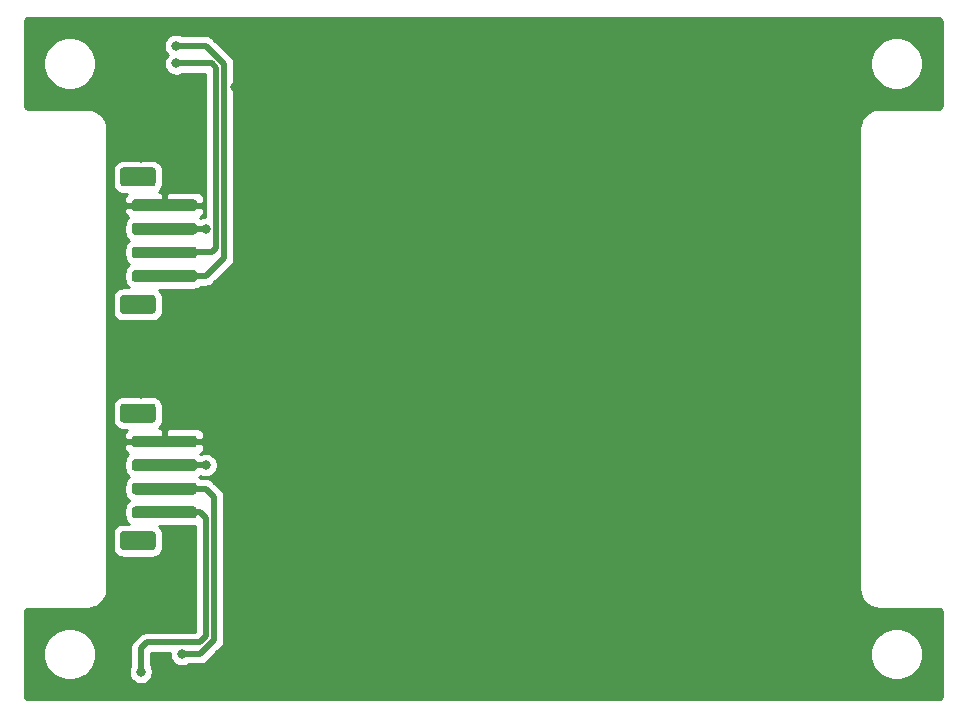
<source format=gbr>
%TF.GenerationSoftware,KiCad,Pcbnew,(5.1.9)-1*%
%TF.CreationDate,2021-05-23T18:39:07+01:00*%
%TF.ProjectId,LEDMaze,4c45444d-617a-4652-9e6b-696361645f70,rev?*%
%TF.SameCoordinates,Original*%
%TF.FileFunction,Copper,L2,Bot*%
%TF.FilePolarity,Positive*%
%FSLAX46Y46*%
G04 Gerber Fmt 4.6, Leading zero omitted, Abs format (unit mm)*
G04 Created by KiCad (PCBNEW (5.1.9)-1) date 2021-05-23 18:39:07*
%MOMM*%
%LPD*%
G01*
G04 APERTURE LIST*
%TA.AperFunction,ViaPad*%
%ADD10C,0.800000*%
%TD*%
%TA.AperFunction,Conductor*%
%ADD11C,0.500000*%
%TD*%
%TA.AperFunction,Conductor*%
%ADD12C,0.254000*%
%TD*%
%TA.AperFunction,Conductor*%
%ADD13C,0.100000*%
%TD*%
G04 APERTURE END LIST*
%TO.P,J2,MP*%
%TO.N,N/C*%
%TA.AperFunction,SMDPad,CuDef*%
G36*
G01*
X24500000Y-89600000D02*
X27000000Y-89600000D01*
G75*
G02*
X27250000Y-89850000I0J-250000D01*
G01*
X27250000Y-90950000D01*
G75*
G02*
X27000000Y-91200000I-250000J0D01*
G01*
X24500000Y-91200000D01*
G75*
G02*
X24250000Y-90950000I0J250000D01*
G01*
X24250000Y-89850000D01*
G75*
G02*
X24500000Y-89600000I250000J0D01*
G01*
G37*
%TD.AperFunction*%
%TA.AperFunction,SMDPad,CuDef*%
G36*
G01*
X24500000Y-78800000D02*
X27000000Y-78800000D01*
G75*
G02*
X27250000Y-79050000I0J-250000D01*
G01*
X27250000Y-80150000D01*
G75*
G02*
X27000000Y-80400000I-250000J0D01*
G01*
X24500000Y-80400000D01*
G75*
G02*
X24250000Y-80150000I0J250000D01*
G01*
X24250000Y-79050000D01*
G75*
G02*
X24500000Y-78800000I250000J0D01*
G01*
G37*
%TD.AperFunction*%
%TO.P,J2,4*%
%TO.N,DO*%
%TA.AperFunction,SMDPad,CuDef*%
G36*
G01*
X25500000Y-87500000D02*
X30500000Y-87500000D01*
G75*
G02*
X30750000Y-87750000I0J-250000D01*
G01*
X30750000Y-88250000D01*
G75*
G02*
X30500000Y-88500000I-250000J0D01*
G01*
X25500000Y-88500000D01*
G75*
G02*
X25250000Y-88250000I0J250000D01*
G01*
X25250000Y-87750000D01*
G75*
G02*
X25500000Y-87500000I250000J0D01*
G01*
G37*
%TD.AperFunction*%
%TO.P,J2,3*%
%TO.N,CO*%
%TA.AperFunction,SMDPad,CuDef*%
G36*
G01*
X25500000Y-85500000D02*
X30500000Y-85500000D01*
G75*
G02*
X30750000Y-85750000I0J-250000D01*
G01*
X30750000Y-86250000D01*
G75*
G02*
X30500000Y-86500000I-250000J0D01*
G01*
X25500000Y-86500000D01*
G75*
G02*
X25250000Y-86250000I0J250000D01*
G01*
X25250000Y-85750000D01*
G75*
G02*
X25500000Y-85500000I250000J0D01*
G01*
G37*
%TD.AperFunction*%
%TO.P,J2,2*%
%TO.N,GND*%
%TA.AperFunction,SMDPad,CuDef*%
G36*
G01*
X25500000Y-83500000D02*
X30500000Y-83500000D01*
G75*
G02*
X30750000Y-83750000I0J-250000D01*
G01*
X30750000Y-84250000D01*
G75*
G02*
X30500000Y-84500000I-250000J0D01*
G01*
X25500000Y-84500000D01*
G75*
G02*
X25250000Y-84250000I0J250000D01*
G01*
X25250000Y-83750000D01*
G75*
G02*
X25500000Y-83500000I250000J0D01*
G01*
G37*
%TD.AperFunction*%
%TO.P,J2,1*%
%TO.N,+5V*%
%TA.AperFunction,SMDPad,CuDef*%
G36*
G01*
X25500000Y-81500000D02*
X30500000Y-81500000D01*
G75*
G02*
X30750000Y-81750000I0J-250000D01*
G01*
X30750000Y-82250000D01*
G75*
G02*
X30500000Y-82500000I-250000J0D01*
G01*
X25500000Y-82500000D01*
G75*
G02*
X25250000Y-82250000I0J250000D01*
G01*
X25250000Y-81750000D01*
G75*
G02*
X25500000Y-81500000I250000J0D01*
G01*
G37*
%TD.AperFunction*%
%TD*%
%TO.P,J1,MP*%
%TO.N,N/C*%
%TA.AperFunction,SMDPad,CuDef*%
G36*
G01*
X24500000Y-69600000D02*
X27000000Y-69600000D01*
G75*
G02*
X27250000Y-69850000I0J-250000D01*
G01*
X27250000Y-70950000D01*
G75*
G02*
X27000000Y-71200000I-250000J0D01*
G01*
X24500000Y-71200000D01*
G75*
G02*
X24250000Y-70950000I0J250000D01*
G01*
X24250000Y-69850000D01*
G75*
G02*
X24500000Y-69600000I250000J0D01*
G01*
G37*
%TD.AperFunction*%
%TA.AperFunction,SMDPad,CuDef*%
G36*
G01*
X24500000Y-58800000D02*
X27000000Y-58800000D01*
G75*
G02*
X27250000Y-59050000I0J-250000D01*
G01*
X27250000Y-60150000D01*
G75*
G02*
X27000000Y-60400000I-250000J0D01*
G01*
X24500000Y-60400000D01*
G75*
G02*
X24250000Y-60150000I0J250000D01*
G01*
X24250000Y-59050000D01*
G75*
G02*
X24500000Y-58800000I250000J0D01*
G01*
G37*
%TD.AperFunction*%
%TO.P,J1,4*%
%TO.N,DI*%
%TA.AperFunction,SMDPad,CuDef*%
G36*
G01*
X25500000Y-67500000D02*
X30500000Y-67500000D01*
G75*
G02*
X30750000Y-67750000I0J-250000D01*
G01*
X30750000Y-68250000D01*
G75*
G02*
X30500000Y-68500000I-250000J0D01*
G01*
X25500000Y-68500000D01*
G75*
G02*
X25250000Y-68250000I0J250000D01*
G01*
X25250000Y-67750000D01*
G75*
G02*
X25500000Y-67500000I250000J0D01*
G01*
G37*
%TD.AperFunction*%
%TO.P,J1,3*%
%TO.N,CI*%
%TA.AperFunction,SMDPad,CuDef*%
G36*
G01*
X25500000Y-65500000D02*
X30500000Y-65500000D01*
G75*
G02*
X30750000Y-65750000I0J-250000D01*
G01*
X30750000Y-66250000D01*
G75*
G02*
X30500000Y-66500000I-250000J0D01*
G01*
X25500000Y-66500000D01*
G75*
G02*
X25250000Y-66250000I0J250000D01*
G01*
X25250000Y-65750000D01*
G75*
G02*
X25500000Y-65500000I250000J0D01*
G01*
G37*
%TD.AperFunction*%
%TO.P,J1,2*%
%TO.N,GND*%
%TA.AperFunction,SMDPad,CuDef*%
G36*
G01*
X25500000Y-63500000D02*
X30500000Y-63500000D01*
G75*
G02*
X30750000Y-63750000I0J-250000D01*
G01*
X30750000Y-64250000D01*
G75*
G02*
X30500000Y-64500000I-250000J0D01*
G01*
X25500000Y-64500000D01*
G75*
G02*
X25250000Y-64250000I0J250000D01*
G01*
X25250000Y-63750000D01*
G75*
G02*
X25500000Y-63500000I250000J0D01*
G01*
G37*
%TD.AperFunction*%
%TO.P,J1,1*%
%TO.N,+5V*%
%TA.AperFunction,SMDPad,CuDef*%
G36*
G01*
X25500000Y-61500000D02*
X30500000Y-61500000D01*
G75*
G02*
X30750000Y-61750000I0J-250000D01*
G01*
X30750000Y-62250000D01*
G75*
G02*
X30500000Y-62500000I-250000J0D01*
G01*
X25500000Y-62500000D01*
G75*
G02*
X25250000Y-62250000I0J250000D01*
G01*
X25250000Y-61750000D01*
G75*
G02*
X25500000Y-61500000I250000J0D01*
G01*
G37*
%TD.AperFunction*%
%TD*%
D10*
%TO.N,GND*%
X31500000Y-64000000D03*
X31500000Y-84000000D03*
%TO.N,+5V*%
X34000000Y-52000000D03*
X44000000Y-52000000D03*
X54000000Y-52000000D03*
X64000000Y-52000000D03*
X74000000Y-52000000D03*
X76000000Y-58000000D03*
X66000000Y-58000000D03*
X56000000Y-58000000D03*
X46000000Y-58000000D03*
X36000000Y-58000000D03*
X26000000Y-58000000D03*
X74000000Y-72000000D03*
X76000000Y-78000000D03*
X66000000Y-78000000D03*
X64000000Y-72000000D03*
X56000000Y-78000000D03*
X54000000Y-72000000D03*
X46000000Y-78000000D03*
X44000000Y-72000000D03*
X36000000Y-78000000D03*
X34000000Y-72000000D03*
X26000000Y-78000000D03*
X74000000Y-92000000D03*
X76000000Y-98000000D03*
X64000000Y-92000000D03*
X66000000Y-98000000D03*
X56000000Y-98000000D03*
X54000000Y-92000000D03*
X44000000Y-92000000D03*
X46000000Y-98000000D03*
X34000000Y-92000000D03*
X36000000Y-98000000D03*
X26000000Y-98000000D03*
%TO.N,CI*%
X29000000Y-50000000D03*
%TO.N,DI*%
X29000000Y-48500000D03*
%TO.N,DO*%
X26000000Y-101500000D03*
%TO.N,CO*%
X29500000Y-100000000D03*
%TD*%
D11*
%TO.N,GND*%
X28000000Y-64000000D02*
X31500000Y-64000000D01*
X28000000Y-84000000D02*
X31500000Y-84000000D01*
%TO.N,CI*%
X28000000Y-66000000D02*
X32000000Y-66000000D01*
X32350001Y-65649999D02*
X32350001Y-50350001D01*
X32000000Y-66000000D02*
X32350001Y-65649999D01*
X32350001Y-50350001D02*
X32000000Y-50000000D01*
X32000000Y-50000000D02*
X29000000Y-50000000D01*
%TO.N,DI*%
X33050011Y-50060048D02*
X33050011Y-66449989D01*
X31489963Y-48500000D02*
X33050011Y-50060048D01*
X29000000Y-48500000D02*
X31489963Y-48500000D01*
X31500000Y-68000000D02*
X28000000Y-68000000D01*
X33050011Y-66449989D02*
X31500000Y-68000000D01*
%TO.N,DO*%
X26000000Y-101500000D02*
X26000000Y-99500000D01*
X26000000Y-99500000D02*
X26500000Y-99000000D01*
X26500000Y-99000000D02*
X31000000Y-99000000D01*
X31000000Y-99000000D02*
X31500000Y-98500000D01*
X31500000Y-98500000D02*
X31500000Y-88500000D01*
X31500000Y-88500000D02*
X31000000Y-88000000D01*
X28000000Y-88000000D02*
X31000000Y-88000000D01*
%TO.N,CO*%
X29500000Y-100000000D02*
X31000000Y-100000000D01*
X32200010Y-98799990D02*
X32200010Y-86700010D01*
X31000000Y-100000000D02*
X32200010Y-98799990D01*
X32200010Y-86700010D02*
X31500000Y-86000000D01*
X31500000Y-86000000D02*
X28000000Y-86000000D01*
%TD*%
D12*
%TO.N,+5V*%
X93565424Y-46169580D02*
X93628356Y-46188580D01*
X93686405Y-46219445D01*
X93737343Y-46260989D01*
X93779248Y-46311644D01*
X93810515Y-46369471D01*
X93829956Y-46432272D01*
X93840000Y-46527835D01*
X93840001Y-53467711D01*
X93830420Y-53565424D01*
X93811420Y-53628357D01*
X93780554Y-53686406D01*
X93739011Y-53737343D01*
X93688356Y-53779248D01*
X93630529Y-53810515D01*
X93567728Y-53829956D01*
X93472165Y-53840000D01*
X88467581Y-53840000D01*
X88439326Y-53842783D01*
X88433199Y-53842740D01*
X88424028Y-53843640D01*
X88229931Y-53864041D01*
X88171348Y-53876066D01*
X88112577Y-53887277D01*
X88103755Y-53889941D01*
X87917317Y-53947653D01*
X87862162Y-53970838D01*
X87806709Y-53993242D01*
X87798573Y-53997568D01*
X87626896Y-54090393D01*
X87577278Y-54123861D01*
X87527247Y-54156600D01*
X87520106Y-54162424D01*
X87369728Y-54286828D01*
X87327589Y-54329263D01*
X87284839Y-54371126D01*
X87278966Y-54378227D01*
X87155616Y-54529469D01*
X87122534Y-54579262D01*
X87088716Y-54628651D01*
X87084333Y-54636757D01*
X86992708Y-54809079D01*
X86969909Y-54864394D01*
X86946348Y-54919366D01*
X86943623Y-54928169D01*
X86887214Y-55115005D01*
X86875594Y-55173693D01*
X86863158Y-55232196D01*
X86862195Y-55241361D01*
X86843150Y-55435595D01*
X86840000Y-55467582D01*
X86840001Y-94532419D01*
X86842783Y-94560664D01*
X86842740Y-94566801D01*
X86843640Y-94575972D01*
X86864041Y-94770069D01*
X86876068Y-94828658D01*
X86887277Y-94887423D01*
X86889941Y-94896245D01*
X86947653Y-95082683D01*
X86970838Y-95137838D01*
X86993242Y-95193291D01*
X86997568Y-95201427D01*
X87090393Y-95373104D01*
X87123846Y-95422699D01*
X87156600Y-95472753D01*
X87162424Y-95479894D01*
X87286828Y-95630272D01*
X87329263Y-95672411D01*
X87371126Y-95715161D01*
X87378227Y-95721034D01*
X87529469Y-95844384D01*
X87579277Y-95877477D01*
X87628651Y-95911284D01*
X87636757Y-95915667D01*
X87809080Y-96007292D01*
X87864392Y-96030090D01*
X87919366Y-96053652D01*
X87928169Y-96056377D01*
X88115006Y-96112786D01*
X88173686Y-96124405D01*
X88232196Y-96136842D01*
X88241361Y-96137805D01*
X88435594Y-96156850D01*
X88435598Y-96156850D01*
X88467581Y-96160000D01*
X93467721Y-96160000D01*
X93565424Y-96169580D01*
X93628356Y-96188580D01*
X93686405Y-96219445D01*
X93737343Y-96260989D01*
X93779248Y-96311644D01*
X93810515Y-96369471D01*
X93829956Y-96432272D01*
X93840001Y-96527845D01*
X93840000Y-103467721D01*
X93830420Y-103565424D01*
X93811420Y-103628357D01*
X93780554Y-103686406D01*
X93739011Y-103737343D01*
X93688356Y-103779248D01*
X93630529Y-103810515D01*
X93567728Y-103829956D01*
X93472165Y-103840000D01*
X16532279Y-103840000D01*
X16434576Y-103830420D01*
X16371643Y-103811420D01*
X16313594Y-103780554D01*
X16262657Y-103739011D01*
X16220752Y-103688356D01*
X16189485Y-103630529D01*
X16170044Y-103567728D01*
X16160000Y-103472165D01*
X16160000Y-99779872D01*
X17765000Y-99779872D01*
X17765000Y-100220128D01*
X17850890Y-100651925D01*
X18019369Y-101058669D01*
X18263962Y-101424729D01*
X18575271Y-101736038D01*
X18941331Y-101980631D01*
X19348075Y-102149110D01*
X19779872Y-102235000D01*
X20220128Y-102235000D01*
X20651925Y-102149110D01*
X21058669Y-101980631D01*
X21424729Y-101736038D01*
X21736038Y-101424729D01*
X21980631Y-101058669D01*
X22149110Y-100651925D01*
X22235000Y-100220128D01*
X22235000Y-99779872D01*
X22149110Y-99348075D01*
X21980631Y-98941331D01*
X21736038Y-98575271D01*
X21424729Y-98263962D01*
X21058669Y-98019369D01*
X20651925Y-97850890D01*
X20220128Y-97765000D01*
X19779872Y-97765000D01*
X19348075Y-97850890D01*
X18941331Y-98019369D01*
X18575271Y-98263962D01*
X18263962Y-98575271D01*
X18019369Y-98941331D01*
X17850890Y-99348075D01*
X17765000Y-99779872D01*
X16160000Y-99779872D01*
X16160000Y-96532279D01*
X16169580Y-96434576D01*
X16188580Y-96371644D01*
X16219445Y-96313595D01*
X16260989Y-96262657D01*
X16311644Y-96220752D01*
X16369471Y-96189485D01*
X16432272Y-96170044D01*
X16527835Y-96160000D01*
X21532419Y-96160000D01*
X21560674Y-96157217D01*
X21566801Y-96157260D01*
X21575972Y-96156360D01*
X21770069Y-96135959D01*
X21828658Y-96123932D01*
X21887423Y-96112723D01*
X21896245Y-96110059D01*
X22082683Y-96052347D01*
X22137838Y-96029162D01*
X22193291Y-96006758D01*
X22201427Y-96002432D01*
X22373104Y-95909607D01*
X22422699Y-95876154D01*
X22472753Y-95843400D01*
X22479894Y-95837576D01*
X22630272Y-95713172D01*
X22672411Y-95670737D01*
X22715161Y-95628874D01*
X22721034Y-95621773D01*
X22844384Y-95470531D01*
X22877477Y-95420723D01*
X22911284Y-95371349D01*
X22915667Y-95363243D01*
X23007292Y-95190920D01*
X23030090Y-95135608D01*
X23053652Y-95080634D01*
X23056377Y-95071831D01*
X23112786Y-94884994D01*
X23124405Y-94826314D01*
X23136842Y-94767804D01*
X23137805Y-94758639D01*
X23156850Y-94564406D01*
X23156850Y-94564402D01*
X23160000Y-94532419D01*
X23160000Y-89850000D01*
X23611928Y-89850000D01*
X23611928Y-90950000D01*
X23628992Y-91123254D01*
X23679528Y-91289850D01*
X23761595Y-91443386D01*
X23872038Y-91577962D01*
X24006614Y-91688405D01*
X24160150Y-91770472D01*
X24326746Y-91821008D01*
X24500000Y-91838072D01*
X27000000Y-91838072D01*
X27173254Y-91821008D01*
X27339850Y-91770472D01*
X27493386Y-91688405D01*
X27627962Y-91577962D01*
X27738405Y-91443386D01*
X27820472Y-91289850D01*
X27871008Y-91123254D01*
X27888072Y-90950000D01*
X27888072Y-89850000D01*
X27871008Y-89676746D01*
X27820472Y-89510150D01*
X27738405Y-89356614D01*
X27627962Y-89222038D01*
X27525649Y-89138072D01*
X30500000Y-89138072D01*
X30615001Y-89126745D01*
X30615000Y-98115000D01*
X26543469Y-98115000D01*
X26500000Y-98110719D01*
X26456531Y-98115000D01*
X26456523Y-98115000D01*
X26326510Y-98127805D01*
X26159687Y-98178411D01*
X26005941Y-98260589D01*
X25871183Y-98371183D01*
X25843468Y-98404954D01*
X25404952Y-98843470D01*
X25371184Y-98871183D01*
X25343471Y-98904951D01*
X25343468Y-98904954D01*
X25260590Y-99005941D01*
X25178412Y-99159687D01*
X25127805Y-99326510D01*
X25110719Y-99500000D01*
X25115001Y-99543479D01*
X25115000Y-100961545D01*
X25082795Y-101009744D01*
X25004774Y-101198102D01*
X24965000Y-101398061D01*
X24965000Y-101601939D01*
X25004774Y-101801898D01*
X25082795Y-101990256D01*
X25196063Y-102159774D01*
X25340226Y-102303937D01*
X25509744Y-102417205D01*
X25698102Y-102495226D01*
X25898061Y-102535000D01*
X26101939Y-102535000D01*
X26301898Y-102495226D01*
X26490256Y-102417205D01*
X26659774Y-102303937D01*
X26803937Y-102159774D01*
X26917205Y-101990256D01*
X26995226Y-101801898D01*
X27035000Y-101601939D01*
X27035000Y-101398061D01*
X26995226Y-101198102D01*
X26917205Y-101009744D01*
X26885000Y-100961546D01*
X26885000Y-99885000D01*
X28467598Y-99885000D01*
X28465000Y-99898061D01*
X28465000Y-100101939D01*
X28504774Y-100301898D01*
X28582795Y-100490256D01*
X28696063Y-100659774D01*
X28840226Y-100803937D01*
X29009744Y-100917205D01*
X29198102Y-100995226D01*
X29398061Y-101035000D01*
X29601939Y-101035000D01*
X29801898Y-100995226D01*
X29990256Y-100917205D01*
X30038454Y-100885000D01*
X30956531Y-100885000D01*
X31000000Y-100889281D01*
X31043469Y-100885000D01*
X31043477Y-100885000D01*
X31173490Y-100872195D01*
X31340313Y-100821589D01*
X31494059Y-100739411D01*
X31628817Y-100628817D01*
X31656534Y-100595044D01*
X32471706Y-99779872D01*
X87765000Y-99779872D01*
X87765000Y-100220128D01*
X87850890Y-100651925D01*
X88019369Y-101058669D01*
X88263962Y-101424729D01*
X88575271Y-101736038D01*
X88941331Y-101980631D01*
X89348075Y-102149110D01*
X89779872Y-102235000D01*
X90220128Y-102235000D01*
X90651925Y-102149110D01*
X91058669Y-101980631D01*
X91424729Y-101736038D01*
X91736038Y-101424729D01*
X91980631Y-101058669D01*
X92149110Y-100651925D01*
X92235000Y-100220128D01*
X92235000Y-99779872D01*
X92149110Y-99348075D01*
X91980631Y-98941331D01*
X91736038Y-98575271D01*
X91424729Y-98263962D01*
X91058669Y-98019369D01*
X90651925Y-97850890D01*
X90220128Y-97765000D01*
X89779872Y-97765000D01*
X89348075Y-97850890D01*
X88941331Y-98019369D01*
X88575271Y-98263962D01*
X88263962Y-98575271D01*
X88019369Y-98941331D01*
X87850890Y-99348075D01*
X87765000Y-99779872D01*
X32471706Y-99779872D01*
X32795060Y-99456519D01*
X32828827Y-99428807D01*
X32939421Y-99294049D01*
X33021599Y-99140303D01*
X33072205Y-98973480D01*
X33085010Y-98843467D01*
X33085010Y-98843457D01*
X33089291Y-98799991D01*
X33085010Y-98756525D01*
X33085010Y-86743479D01*
X33089291Y-86700010D01*
X33085010Y-86656541D01*
X33085010Y-86656533D01*
X33072205Y-86526520D01*
X33021599Y-86359697D01*
X33021599Y-86359696D01*
X32939421Y-86205951D01*
X32856542Y-86104963D01*
X32856540Y-86104961D01*
X32828827Y-86071193D01*
X32795059Y-86043480D01*
X32156534Y-85404956D01*
X32128817Y-85371183D01*
X31994059Y-85260589D01*
X31840313Y-85178411D01*
X31673490Y-85127805D01*
X31543477Y-85115000D01*
X31543469Y-85115000D01*
X31500000Y-85110719D01*
X31456531Y-85115000D01*
X31119386Y-85115000D01*
X30993386Y-85011595D01*
X30971693Y-85000000D01*
X30993386Y-84988405D01*
X31056530Y-84936584D01*
X31198102Y-84995226D01*
X31398061Y-85035000D01*
X31601939Y-85035000D01*
X31801898Y-84995226D01*
X31990256Y-84917205D01*
X32159774Y-84803937D01*
X32303937Y-84659774D01*
X32417205Y-84490256D01*
X32495226Y-84301898D01*
X32535000Y-84101939D01*
X32535000Y-83898061D01*
X32495226Y-83698102D01*
X32417205Y-83509744D01*
X32303937Y-83340226D01*
X32159774Y-83196063D01*
X31990256Y-83082795D01*
X31801898Y-83004774D01*
X31601939Y-82965000D01*
X31398061Y-82965000D01*
X31198102Y-83004774D01*
X31056530Y-83063416D01*
X31051187Y-83059031D01*
X31104494Y-83030537D01*
X31201185Y-82951185D01*
X31280537Y-82854494D01*
X31339502Y-82744180D01*
X31375812Y-82624482D01*
X31388072Y-82500000D01*
X31385000Y-82285750D01*
X31226250Y-82127000D01*
X28127000Y-82127000D01*
X28127000Y-82147000D01*
X27873000Y-82147000D01*
X27873000Y-82127000D01*
X24773750Y-82127000D01*
X24615000Y-82285750D01*
X24611928Y-82500000D01*
X24624188Y-82624482D01*
X24660498Y-82744180D01*
X24719463Y-82854494D01*
X24798815Y-82951185D01*
X24895506Y-83030537D01*
X24948813Y-83059031D01*
X24872038Y-83122038D01*
X24761595Y-83256614D01*
X24679528Y-83410150D01*
X24628992Y-83576746D01*
X24611928Y-83750000D01*
X24611928Y-84250000D01*
X24628992Y-84423254D01*
X24679528Y-84589850D01*
X24761595Y-84743386D01*
X24872038Y-84877962D01*
X25006614Y-84988405D01*
X25028307Y-85000000D01*
X25006614Y-85011595D01*
X24872038Y-85122038D01*
X24761595Y-85256614D01*
X24679528Y-85410150D01*
X24628992Y-85576746D01*
X24611928Y-85750000D01*
X24611928Y-86250000D01*
X24628992Y-86423254D01*
X24679528Y-86589850D01*
X24761595Y-86743386D01*
X24872038Y-86877962D01*
X25006614Y-86988405D01*
X25028307Y-87000000D01*
X25006614Y-87011595D01*
X24872038Y-87122038D01*
X24761595Y-87256614D01*
X24679528Y-87410150D01*
X24628992Y-87576746D01*
X24611928Y-87750000D01*
X24611928Y-88250000D01*
X24628992Y-88423254D01*
X24679528Y-88589850D01*
X24761595Y-88743386D01*
X24872038Y-88877962D01*
X24974351Y-88961928D01*
X24500000Y-88961928D01*
X24326746Y-88978992D01*
X24160150Y-89029528D01*
X24006614Y-89111595D01*
X23872038Y-89222038D01*
X23761595Y-89356614D01*
X23679528Y-89510150D01*
X23628992Y-89676746D01*
X23611928Y-89850000D01*
X23160000Y-89850000D01*
X23160000Y-79050000D01*
X23611928Y-79050000D01*
X23611928Y-80150000D01*
X23628992Y-80323254D01*
X23679528Y-80489850D01*
X23761595Y-80643386D01*
X23872038Y-80777962D01*
X24006614Y-80888405D01*
X24160150Y-80970472D01*
X24326746Y-81021008D01*
X24500000Y-81038072D01*
X24811905Y-81038072D01*
X24798815Y-81048815D01*
X24719463Y-81145506D01*
X24660498Y-81255820D01*
X24624188Y-81375518D01*
X24611928Y-81500000D01*
X24615000Y-81714250D01*
X24773750Y-81873000D01*
X27873000Y-81873000D01*
X27873000Y-81023750D01*
X28127000Y-81023750D01*
X28127000Y-81873000D01*
X31226250Y-81873000D01*
X31385000Y-81714250D01*
X31388072Y-81500000D01*
X31375812Y-81375518D01*
X31339502Y-81255820D01*
X31280537Y-81145506D01*
X31201185Y-81048815D01*
X31104494Y-80969463D01*
X30994180Y-80910498D01*
X30874482Y-80874188D01*
X30750000Y-80861928D01*
X28285750Y-80865000D01*
X28127000Y-81023750D01*
X27873000Y-81023750D01*
X27714250Y-80865000D01*
X27522197Y-80864761D01*
X27627962Y-80777962D01*
X27738405Y-80643386D01*
X27820472Y-80489850D01*
X27871008Y-80323254D01*
X27888072Y-80150000D01*
X27888072Y-79050000D01*
X27871008Y-78876746D01*
X27820472Y-78710150D01*
X27738405Y-78556614D01*
X27627962Y-78422038D01*
X27493386Y-78311595D01*
X27339850Y-78229528D01*
X27173254Y-78178992D01*
X27000000Y-78161928D01*
X24500000Y-78161928D01*
X24326746Y-78178992D01*
X24160150Y-78229528D01*
X24006614Y-78311595D01*
X23872038Y-78422038D01*
X23761595Y-78556614D01*
X23679528Y-78710150D01*
X23628992Y-78876746D01*
X23611928Y-79050000D01*
X23160000Y-79050000D01*
X23160000Y-69850000D01*
X23611928Y-69850000D01*
X23611928Y-70950000D01*
X23628992Y-71123254D01*
X23679528Y-71289850D01*
X23761595Y-71443386D01*
X23872038Y-71577962D01*
X24006614Y-71688405D01*
X24160150Y-71770472D01*
X24326746Y-71821008D01*
X24500000Y-71838072D01*
X27000000Y-71838072D01*
X27173254Y-71821008D01*
X27339850Y-71770472D01*
X27493386Y-71688405D01*
X27627962Y-71577962D01*
X27738405Y-71443386D01*
X27820472Y-71289850D01*
X27871008Y-71123254D01*
X27888072Y-70950000D01*
X27888072Y-69850000D01*
X27871008Y-69676746D01*
X27820472Y-69510150D01*
X27738405Y-69356614D01*
X27627962Y-69222038D01*
X27525649Y-69138072D01*
X30500000Y-69138072D01*
X30673254Y-69121008D01*
X30839850Y-69070472D01*
X30993386Y-68988405D01*
X31119386Y-68885000D01*
X31456531Y-68885000D01*
X31500000Y-68889281D01*
X31543469Y-68885000D01*
X31543477Y-68885000D01*
X31673490Y-68872195D01*
X31840313Y-68821589D01*
X31994059Y-68739411D01*
X32128817Y-68628817D01*
X32156534Y-68595044D01*
X33645060Y-67106519D01*
X33678828Y-67078806D01*
X33789422Y-66944048D01*
X33818695Y-66889281D01*
X33871600Y-66790303D01*
X33922206Y-66623479D01*
X33925518Y-66589850D01*
X33935011Y-66493466D01*
X33935011Y-66493458D01*
X33939292Y-66449989D01*
X33935011Y-66406520D01*
X33935011Y-50103514D01*
X33939292Y-50060047D01*
X33935011Y-50016581D01*
X33935011Y-50016571D01*
X33922206Y-49886558D01*
X33889843Y-49779872D01*
X87765000Y-49779872D01*
X87765000Y-50220128D01*
X87850890Y-50651925D01*
X88019369Y-51058669D01*
X88263962Y-51424729D01*
X88575271Y-51736038D01*
X88941331Y-51980631D01*
X89348075Y-52149110D01*
X89779872Y-52235000D01*
X90220128Y-52235000D01*
X90651925Y-52149110D01*
X91058669Y-51980631D01*
X91424729Y-51736038D01*
X91736038Y-51424729D01*
X91980631Y-51058669D01*
X92149110Y-50651925D01*
X92235000Y-50220128D01*
X92235000Y-49779872D01*
X92149110Y-49348075D01*
X91980631Y-48941331D01*
X91736038Y-48575271D01*
X91424729Y-48263962D01*
X91058669Y-48019369D01*
X90651925Y-47850890D01*
X90220128Y-47765000D01*
X89779872Y-47765000D01*
X89348075Y-47850890D01*
X88941331Y-48019369D01*
X88575271Y-48263962D01*
X88263962Y-48575271D01*
X88019369Y-48941331D01*
X87850890Y-49348075D01*
X87765000Y-49779872D01*
X33889843Y-49779872D01*
X33871600Y-49719735D01*
X33789422Y-49565989D01*
X33743263Y-49509744D01*
X33706543Y-49465001D01*
X33706541Y-49464999D01*
X33678828Y-49431231D01*
X33645061Y-49403519D01*
X32146497Y-47904956D01*
X32118780Y-47871183D01*
X31984022Y-47760589D01*
X31830276Y-47678411D01*
X31663453Y-47627805D01*
X31533440Y-47615000D01*
X31533432Y-47615000D01*
X31489963Y-47610719D01*
X31446494Y-47615000D01*
X29538454Y-47615000D01*
X29490256Y-47582795D01*
X29301898Y-47504774D01*
X29101939Y-47465000D01*
X28898061Y-47465000D01*
X28698102Y-47504774D01*
X28509744Y-47582795D01*
X28340226Y-47696063D01*
X28196063Y-47840226D01*
X28082795Y-48009744D01*
X28004774Y-48198102D01*
X27965000Y-48398061D01*
X27965000Y-48601939D01*
X28004774Y-48801898D01*
X28082795Y-48990256D01*
X28196063Y-49159774D01*
X28286289Y-49250000D01*
X28196063Y-49340226D01*
X28082795Y-49509744D01*
X28004774Y-49698102D01*
X27965000Y-49898061D01*
X27965000Y-50101939D01*
X28004774Y-50301898D01*
X28082795Y-50490256D01*
X28196063Y-50659774D01*
X28340226Y-50803937D01*
X28509744Y-50917205D01*
X28698102Y-50995226D01*
X28898061Y-51035000D01*
X29101939Y-51035000D01*
X29301898Y-50995226D01*
X29490256Y-50917205D01*
X29538454Y-50885000D01*
X31465002Y-50885000D01*
X31465001Y-62965000D01*
X31398061Y-62965000D01*
X31198102Y-63004774D01*
X31056530Y-63063416D01*
X31051187Y-63059031D01*
X31104494Y-63030537D01*
X31201185Y-62951185D01*
X31280537Y-62854494D01*
X31339502Y-62744180D01*
X31375812Y-62624482D01*
X31388072Y-62500000D01*
X31385000Y-62285750D01*
X31226250Y-62127000D01*
X28127000Y-62127000D01*
X28127000Y-62147000D01*
X27873000Y-62147000D01*
X27873000Y-62127000D01*
X24773750Y-62127000D01*
X24615000Y-62285750D01*
X24611928Y-62500000D01*
X24624188Y-62624482D01*
X24660498Y-62744180D01*
X24719463Y-62854494D01*
X24798815Y-62951185D01*
X24895506Y-63030537D01*
X24948813Y-63059031D01*
X24872038Y-63122038D01*
X24761595Y-63256614D01*
X24679528Y-63410150D01*
X24628992Y-63576746D01*
X24611928Y-63750000D01*
X24611928Y-64250000D01*
X24628992Y-64423254D01*
X24679528Y-64589850D01*
X24761595Y-64743386D01*
X24872038Y-64877962D01*
X25006614Y-64988405D01*
X25028307Y-65000000D01*
X25006614Y-65011595D01*
X24872038Y-65122038D01*
X24761595Y-65256614D01*
X24679528Y-65410150D01*
X24628992Y-65576746D01*
X24611928Y-65750000D01*
X24611928Y-66250000D01*
X24628992Y-66423254D01*
X24679528Y-66589850D01*
X24761595Y-66743386D01*
X24872038Y-66877962D01*
X25006614Y-66988405D01*
X25028307Y-67000000D01*
X25006614Y-67011595D01*
X24872038Y-67122038D01*
X24761595Y-67256614D01*
X24679528Y-67410150D01*
X24628992Y-67576746D01*
X24611928Y-67750000D01*
X24611928Y-68250000D01*
X24628992Y-68423254D01*
X24679528Y-68589850D01*
X24761595Y-68743386D01*
X24872038Y-68877962D01*
X24974351Y-68961928D01*
X24500000Y-68961928D01*
X24326746Y-68978992D01*
X24160150Y-69029528D01*
X24006614Y-69111595D01*
X23872038Y-69222038D01*
X23761595Y-69356614D01*
X23679528Y-69510150D01*
X23628992Y-69676746D01*
X23611928Y-69850000D01*
X23160000Y-69850000D01*
X23160000Y-59050000D01*
X23611928Y-59050000D01*
X23611928Y-60150000D01*
X23628992Y-60323254D01*
X23679528Y-60489850D01*
X23761595Y-60643386D01*
X23872038Y-60777962D01*
X24006614Y-60888405D01*
X24160150Y-60970472D01*
X24326746Y-61021008D01*
X24500000Y-61038072D01*
X24811905Y-61038072D01*
X24798815Y-61048815D01*
X24719463Y-61145506D01*
X24660498Y-61255820D01*
X24624188Y-61375518D01*
X24611928Y-61500000D01*
X24615000Y-61714250D01*
X24773750Y-61873000D01*
X27873000Y-61873000D01*
X27873000Y-61023750D01*
X28127000Y-61023750D01*
X28127000Y-61873000D01*
X31226250Y-61873000D01*
X31385000Y-61714250D01*
X31388072Y-61500000D01*
X31375812Y-61375518D01*
X31339502Y-61255820D01*
X31280537Y-61145506D01*
X31201185Y-61048815D01*
X31104494Y-60969463D01*
X30994180Y-60910498D01*
X30874482Y-60874188D01*
X30750000Y-60861928D01*
X28285750Y-60865000D01*
X28127000Y-61023750D01*
X27873000Y-61023750D01*
X27714250Y-60865000D01*
X27522197Y-60864761D01*
X27627962Y-60777962D01*
X27738405Y-60643386D01*
X27820472Y-60489850D01*
X27871008Y-60323254D01*
X27888072Y-60150000D01*
X27888072Y-59050000D01*
X27871008Y-58876746D01*
X27820472Y-58710150D01*
X27738405Y-58556614D01*
X27627962Y-58422038D01*
X27493386Y-58311595D01*
X27339850Y-58229528D01*
X27173254Y-58178992D01*
X27000000Y-58161928D01*
X24500000Y-58161928D01*
X24326746Y-58178992D01*
X24160150Y-58229528D01*
X24006614Y-58311595D01*
X23872038Y-58422038D01*
X23761595Y-58556614D01*
X23679528Y-58710150D01*
X23628992Y-58876746D01*
X23611928Y-59050000D01*
X23160000Y-59050000D01*
X23160000Y-55467581D01*
X23157217Y-55439326D01*
X23157260Y-55433199D01*
X23156360Y-55424028D01*
X23135959Y-55229931D01*
X23123934Y-55171348D01*
X23112723Y-55112577D01*
X23110059Y-55103755D01*
X23052347Y-54917317D01*
X23029162Y-54862162D01*
X23006758Y-54806709D01*
X23002432Y-54798573D01*
X22909607Y-54626896D01*
X22876139Y-54577278D01*
X22843400Y-54527247D01*
X22837576Y-54520106D01*
X22713172Y-54369728D01*
X22670737Y-54327589D01*
X22628874Y-54284839D01*
X22621773Y-54278966D01*
X22470531Y-54155616D01*
X22420738Y-54122534D01*
X22371349Y-54088716D01*
X22363243Y-54084333D01*
X22190921Y-53992708D01*
X22135606Y-53969909D01*
X22080634Y-53946348D01*
X22071831Y-53943623D01*
X21884995Y-53887214D01*
X21826307Y-53875594D01*
X21767804Y-53863158D01*
X21758639Y-53862195D01*
X21564405Y-53843150D01*
X21564402Y-53843150D01*
X21532419Y-53840000D01*
X16532279Y-53840000D01*
X16434576Y-53830420D01*
X16371643Y-53811420D01*
X16313594Y-53780554D01*
X16262657Y-53739011D01*
X16220752Y-53688356D01*
X16189485Y-53630529D01*
X16170044Y-53567728D01*
X16160000Y-53472165D01*
X16160000Y-49779872D01*
X17765000Y-49779872D01*
X17765000Y-50220128D01*
X17850890Y-50651925D01*
X18019369Y-51058669D01*
X18263962Y-51424729D01*
X18575271Y-51736038D01*
X18941331Y-51980631D01*
X19348075Y-52149110D01*
X19779872Y-52235000D01*
X20220128Y-52235000D01*
X20651925Y-52149110D01*
X21058669Y-51980631D01*
X21424729Y-51736038D01*
X21736038Y-51424729D01*
X21980631Y-51058669D01*
X22149110Y-50651925D01*
X22235000Y-50220128D01*
X22235000Y-49779872D01*
X22149110Y-49348075D01*
X21980631Y-48941331D01*
X21736038Y-48575271D01*
X21424729Y-48263962D01*
X21058669Y-48019369D01*
X20651925Y-47850890D01*
X20220128Y-47765000D01*
X19779872Y-47765000D01*
X19348075Y-47850890D01*
X18941331Y-48019369D01*
X18575271Y-48263962D01*
X18263962Y-48575271D01*
X18019369Y-48941331D01*
X17850890Y-49348075D01*
X17765000Y-49779872D01*
X16160000Y-49779872D01*
X16160000Y-46532279D01*
X16169580Y-46434576D01*
X16188580Y-46371644D01*
X16219445Y-46313595D01*
X16260989Y-46262657D01*
X16311644Y-46220752D01*
X16369471Y-46189485D01*
X16432272Y-46170044D01*
X16527835Y-46160000D01*
X93467721Y-46160000D01*
X93565424Y-46169580D01*
%TA.AperFunction,Conductor*%
D13*
G36*
X93565424Y-46169580D02*
G01*
X93628356Y-46188580D01*
X93686405Y-46219445D01*
X93737343Y-46260989D01*
X93779248Y-46311644D01*
X93810515Y-46369471D01*
X93829956Y-46432272D01*
X93840000Y-46527835D01*
X93840001Y-53467711D01*
X93830420Y-53565424D01*
X93811420Y-53628357D01*
X93780554Y-53686406D01*
X93739011Y-53737343D01*
X93688356Y-53779248D01*
X93630529Y-53810515D01*
X93567728Y-53829956D01*
X93472165Y-53840000D01*
X88467581Y-53840000D01*
X88439326Y-53842783D01*
X88433199Y-53842740D01*
X88424028Y-53843640D01*
X88229931Y-53864041D01*
X88171348Y-53876066D01*
X88112577Y-53887277D01*
X88103755Y-53889941D01*
X87917317Y-53947653D01*
X87862162Y-53970838D01*
X87806709Y-53993242D01*
X87798573Y-53997568D01*
X87626896Y-54090393D01*
X87577278Y-54123861D01*
X87527247Y-54156600D01*
X87520106Y-54162424D01*
X87369728Y-54286828D01*
X87327589Y-54329263D01*
X87284839Y-54371126D01*
X87278966Y-54378227D01*
X87155616Y-54529469D01*
X87122534Y-54579262D01*
X87088716Y-54628651D01*
X87084333Y-54636757D01*
X86992708Y-54809079D01*
X86969909Y-54864394D01*
X86946348Y-54919366D01*
X86943623Y-54928169D01*
X86887214Y-55115005D01*
X86875594Y-55173693D01*
X86863158Y-55232196D01*
X86862195Y-55241361D01*
X86843150Y-55435595D01*
X86840000Y-55467582D01*
X86840001Y-94532419D01*
X86842783Y-94560664D01*
X86842740Y-94566801D01*
X86843640Y-94575972D01*
X86864041Y-94770069D01*
X86876068Y-94828658D01*
X86887277Y-94887423D01*
X86889941Y-94896245D01*
X86947653Y-95082683D01*
X86970838Y-95137838D01*
X86993242Y-95193291D01*
X86997568Y-95201427D01*
X87090393Y-95373104D01*
X87123846Y-95422699D01*
X87156600Y-95472753D01*
X87162424Y-95479894D01*
X87286828Y-95630272D01*
X87329263Y-95672411D01*
X87371126Y-95715161D01*
X87378227Y-95721034D01*
X87529469Y-95844384D01*
X87579277Y-95877477D01*
X87628651Y-95911284D01*
X87636757Y-95915667D01*
X87809080Y-96007292D01*
X87864392Y-96030090D01*
X87919366Y-96053652D01*
X87928169Y-96056377D01*
X88115006Y-96112786D01*
X88173686Y-96124405D01*
X88232196Y-96136842D01*
X88241361Y-96137805D01*
X88435594Y-96156850D01*
X88435598Y-96156850D01*
X88467581Y-96160000D01*
X93467721Y-96160000D01*
X93565424Y-96169580D01*
X93628356Y-96188580D01*
X93686405Y-96219445D01*
X93737343Y-96260989D01*
X93779248Y-96311644D01*
X93810515Y-96369471D01*
X93829956Y-96432272D01*
X93840001Y-96527845D01*
X93840000Y-103467721D01*
X93830420Y-103565424D01*
X93811420Y-103628357D01*
X93780554Y-103686406D01*
X93739011Y-103737343D01*
X93688356Y-103779248D01*
X93630529Y-103810515D01*
X93567728Y-103829956D01*
X93472165Y-103840000D01*
X16532279Y-103840000D01*
X16434576Y-103830420D01*
X16371643Y-103811420D01*
X16313594Y-103780554D01*
X16262657Y-103739011D01*
X16220752Y-103688356D01*
X16189485Y-103630529D01*
X16170044Y-103567728D01*
X16160000Y-103472165D01*
X16160000Y-99779872D01*
X17765000Y-99779872D01*
X17765000Y-100220128D01*
X17850890Y-100651925D01*
X18019369Y-101058669D01*
X18263962Y-101424729D01*
X18575271Y-101736038D01*
X18941331Y-101980631D01*
X19348075Y-102149110D01*
X19779872Y-102235000D01*
X20220128Y-102235000D01*
X20651925Y-102149110D01*
X21058669Y-101980631D01*
X21424729Y-101736038D01*
X21736038Y-101424729D01*
X21980631Y-101058669D01*
X22149110Y-100651925D01*
X22235000Y-100220128D01*
X22235000Y-99779872D01*
X22149110Y-99348075D01*
X21980631Y-98941331D01*
X21736038Y-98575271D01*
X21424729Y-98263962D01*
X21058669Y-98019369D01*
X20651925Y-97850890D01*
X20220128Y-97765000D01*
X19779872Y-97765000D01*
X19348075Y-97850890D01*
X18941331Y-98019369D01*
X18575271Y-98263962D01*
X18263962Y-98575271D01*
X18019369Y-98941331D01*
X17850890Y-99348075D01*
X17765000Y-99779872D01*
X16160000Y-99779872D01*
X16160000Y-96532279D01*
X16169580Y-96434576D01*
X16188580Y-96371644D01*
X16219445Y-96313595D01*
X16260989Y-96262657D01*
X16311644Y-96220752D01*
X16369471Y-96189485D01*
X16432272Y-96170044D01*
X16527835Y-96160000D01*
X21532419Y-96160000D01*
X21560674Y-96157217D01*
X21566801Y-96157260D01*
X21575972Y-96156360D01*
X21770069Y-96135959D01*
X21828658Y-96123932D01*
X21887423Y-96112723D01*
X21896245Y-96110059D01*
X22082683Y-96052347D01*
X22137838Y-96029162D01*
X22193291Y-96006758D01*
X22201427Y-96002432D01*
X22373104Y-95909607D01*
X22422699Y-95876154D01*
X22472753Y-95843400D01*
X22479894Y-95837576D01*
X22630272Y-95713172D01*
X22672411Y-95670737D01*
X22715161Y-95628874D01*
X22721034Y-95621773D01*
X22844384Y-95470531D01*
X22877477Y-95420723D01*
X22911284Y-95371349D01*
X22915667Y-95363243D01*
X23007292Y-95190920D01*
X23030090Y-95135608D01*
X23053652Y-95080634D01*
X23056377Y-95071831D01*
X23112786Y-94884994D01*
X23124405Y-94826314D01*
X23136842Y-94767804D01*
X23137805Y-94758639D01*
X23156850Y-94564406D01*
X23156850Y-94564402D01*
X23160000Y-94532419D01*
X23160000Y-89850000D01*
X23611928Y-89850000D01*
X23611928Y-90950000D01*
X23628992Y-91123254D01*
X23679528Y-91289850D01*
X23761595Y-91443386D01*
X23872038Y-91577962D01*
X24006614Y-91688405D01*
X24160150Y-91770472D01*
X24326746Y-91821008D01*
X24500000Y-91838072D01*
X27000000Y-91838072D01*
X27173254Y-91821008D01*
X27339850Y-91770472D01*
X27493386Y-91688405D01*
X27627962Y-91577962D01*
X27738405Y-91443386D01*
X27820472Y-91289850D01*
X27871008Y-91123254D01*
X27888072Y-90950000D01*
X27888072Y-89850000D01*
X27871008Y-89676746D01*
X27820472Y-89510150D01*
X27738405Y-89356614D01*
X27627962Y-89222038D01*
X27525649Y-89138072D01*
X30500000Y-89138072D01*
X30615001Y-89126745D01*
X30615000Y-98115000D01*
X26543469Y-98115000D01*
X26500000Y-98110719D01*
X26456531Y-98115000D01*
X26456523Y-98115000D01*
X26326510Y-98127805D01*
X26159687Y-98178411D01*
X26005941Y-98260589D01*
X25871183Y-98371183D01*
X25843468Y-98404954D01*
X25404952Y-98843470D01*
X25371184Y-98871183D01*
X25343471Y-98904951D01*
X25343468Y-98904954D01*
X25260590Y-99005941D01*
X25178412Y-99159687D01*
X25127805Y-99326510D01*
X25110719Y-99500000D01*
X25115001Y-99543479D01*
X25115000Y-100961545D01*
X25082795Y-101009744D01*
X25004774Y-101198102D01*
X24965000Y-101398061D01*
X24965000Y-101601939D01*
X25004774Y-101801898D01*
X25082795Y-101990256D01*
X25196063Y-102159774D01*
X25340226Y-102303937D01*
X25509744Y-102417205D01*
X25698102Y-102495226D01*
X25898061Y-102535000D01*
X26101939Y-102535000D01*
X26301898Y-102495226D01*
X26490256Y-102417205D01*
X26659774Y-102303937D01*
X26803937Y-102159774D01*
X26917205Y-101990256D01*
X26995226Y-101801898D01*
X27035000Y-101601939D01*
X27035000Y-101398061D01*
X26995226Y-101198102D01*
X26917205Y-101009744D01*
X26885000Y-100961546D01*
X26885000Y-99885000D01*
X28467598Y-99885000D01*
X28465000Y-99898061D01*
X28465000Y-100101939D01*
X28504774Y-100301898D01*
X28582795Y-100490256D01*
X28696063Y-100659774D01*
X28840226Y-100803937D01*
X29009744Y-100917205D01*
X29198102Y-100995226D01*
X29398061Y-101035000D01*
X29601939Y-101035000D01*
X29801898Y-100995226D01*
X29990256Y-100917205D01*
X30038454Y-100885000D01*
X30956531Y-100885000D01*
X31000000Y-100889281D01*
X31043469Y-100885000D01*
X31043477Y-100885000D01*
X31173490Y-100872195D01*
X31340313Y-100821589D01*
X31494059Y-100739411D01*
X31628817Y-100628817D01*
X31656534Y-100595044D01*
X32471706Y-99779872D01*
X87765000Y-99779872D01*
X87765000Y-100220128D01*
X87850890Y-100651925D01*
X88019369Y-101058669D01*
X88263962Y-101424729D01*
X88575271Y-101736038D01*
X88941331Y-101980631D01*
X89348075Y-102149110D01*
X89779872Y-102235000D01*
X90220128Y-102235000D01*
X90651925Y-102149110D01*
X91058669Y-101980631D01*
X91424729Y-101736038D01*
X91736038Y-101424729D01*
X91980631Y-101058669D01*
X92149110Y-100651925D01*
X92235000Y-100220128D01*
X92235000Y-99779872D01*
X92149110Y-99348075D01*
X91980631Y-98941331D01*
X91736038Y-98575271D01*
X91424729Y-98263962D01*
X91058669Y-98019369D01*
X90651925Y-97850890D01*
X90220128Y-97765000D01*
X89779872Y-97765000D01*
X89348075Y-97850890D01*
X88941331Y-98019369D01*
X88575271Y-98263962D01*
X88263962Y-98575271D01*
X88019369Y-98941331D01*
X87850890Y-99348075D01*
X87765000Y-99779872D01*
X32471706Y-99779872D01*
X32795060Y-99456519D01*
X32828827Y-99428807D01*
X32939421Y-99294049D01*
X33021599Y-99140303D01*
X33072205Y-98973480D01*
X33085010Y-98843467D01*
X33085010Y-98843457D01*
X33089291Y-98799991D01*
X33085010Y-98756525D01*
X33085010Y-86743479D01*
X33089291Y-86700010D01*
X33085010Y-86656541D01*
X33085010Y-86656533D01*
X33072205Y-86526520D01*
X33021599Y-86359697D01*
X33021599Y-86359696D01*
X32939421Y-86205951D01*
X32856542Y-86104963D01*
X32856540Y-86104961D01*
X32828827Y-86071193D01*
X32795059Y-86043480D01*
X32156534Y-85404956D01*
X32128817Y-85371183D01*
X31994059Y-85260589D01*
X31840313Y-85178411D01*
X31673490Y-85127805D01*
X31543477Y-85115000D01*
X31543469Y-85115000D01*
X31500000Y-85110719D01*
X31456531Y-85115000D01*
X31119386Y-85115000D01*
X30993386Y-85011595D01*
X30971693Y-85000000D01*
X30993386Y-84988405D01*
X31056530Y-84936584D01*
X31198102Y-84995226D01*
X31398061Y-85035000D01*
X31601939Y-85035000D01*
X31801898Y-84995226D01*
X31990256Y-84917205D01*
X32159774Y-84803937D01*
X32303937Y-84659774D01*
X32417205Y-84490256D01*
X32495226Y-84301898D01*
X32535000Y-84101939D01*
X32535000Y-83898061D01*
X32495226Y-83698102D01*
X32417205Y-83509744D01*
X32303937Y-83340226D01*
X32159774Y-83196063D01*
X31990256Y-83082795D01*
X31801898Y-83004774D01*
X31601939Y-82965000D01*
X31398061Y-82965000D01*
X31198102Y-83004774D01*
X31056530Y-83063416D01*
X31051187Y-83059031D01*
X31104494Y-83030537D01*
X31201185Y-82951185D01*
X31280537Y-82854494D01*
X31339502Y-82744180D01*
X31375812Y-82624482D01*
X31388072Y-82500000D01*
X31385000Y-82285750D01*
X31226250Y-82127000D01*
X28127000Y-82127000D01*
X28127000Y-82147000D01*
X27873000Y-82147000D01*
X27873000Y-82127000D01*
X24773750Y-82127000D01*
X24615000Y-82285750D01*
X24611928Y-82500000D01*
X24624188Y-82624482D01*
X24660498Y-82744180D01*
X24719463Y-82854494D01*
X24798815Y-82951185D01*
X24895506Y-83030537D01*
X24948813Y-83059031D01*
X24872038Y-83122038D01*
X24761595Y-83256614D01*
X24679528Y-83410150D01*
X24628992Y-83576746D01*
X24611928Y-83750000D01*
X24611928Y-84250000D01*
X24628992Y-84423254D01*
X24679528Y-84589850D01*
X24761595Y-84743386D01*
X24872038Y-84877962D01*
X25006614Y-84988405D01*
X25028307Y-85000000D01*
X25006614Y-85011595D01*
X24872038Y-85122038D01*
X24761595Y-85256614D01*
X24679528Y-85410150D01*
X24628992Y-85576746D01*
X24611928Y-85750000D01*
X24611928Y-86250000D01*
X24628992Y-86423254D01*
X24679528Y-86589850D01*
X24761595Y-86743386D01*
X24872038Y-86877962D01*
X25006614Y-86988405D01*
X25028307Y-87000000D01*
X25006614Y-87011595D01*
X24872038Y-87122038D01*
X24761595Y-87256614D01*
X24679528Y-87410150D01*
X24628992Y-87576746D01*
X24611928Y-87750000D01*
X24611928Y-88250000D01*
X24628992Y-88423254D01*
X24679528Y-88589850D01*
X24761595Y-88743386D01*
X24872038Y-88877962D01*
X24974351Y-88961928D01*
X24500000Y-88961928D01*
X24326746Y-88978992D01*
X24160150Y-89029528D01*
X24006614Y-89111595D01*
X23872038Y-89222038D01*
X23761595Y-89356614D01*
X23679528Y-89510150D01*
X23628992Y-89676746D01*
X23611928Y-89850000D01*
X23160000Y-89850000D01*
X23160000Y-79050000D01*
X23611928Y-79050000D01*
X23611928Y-80150000D01*
X23628992Y-80323254D01*
X23679528Y-80489850D01*
X23761595Y-80643386D01*
X23872038Y-80777962D01*
X24006614Y-80888405D01*
X24160150Y-80970472D01*
X24326746Y-81021008D01*
X24500000Y-81038072D01*
X24811905Y-81038072D01*
X24798815Y-81048815D01*
X24719463Y-81145506D01*
X24660498Y-81255820D01*
X24624188Y-81375518D01*
X24611928Y-81500000D01*
X24615000Y-81714250D01*
X24773750Y-81873000D01*
X27873000Y-81873000D01*
X27873000Y-81023750D01*
X28127000Y-81023750D01*
X28127000Y-81873000D01*
X31226250Y-81873000D01*
X31385000Y-81714250D01*
X31388072Y-81500000D01*
X31375812Y-81375518D01*
X31339502Y-81255820D01*
X31280537Y-81145506D01*
X31201185Y-81048815D01*
X31104494Y-80969463D01*
X30994180Y-80910498D01*
X30874482Y-80874188D01*
X30750000Y-80861928D01*
X28285750Y-80865000D01*
X28127000Y-81023750D01*
X27873000Y-81023750D01*
X27714250Y-80865000D01*
X27522197Y-80864761D01*
X27627962Y-80777962D01*
X27738405Y-80643386D01*
X27820472Y-80489850D01*
X27871008Y-80323254D01*
X27888072Y-80150000D01*
X27888072Y-79050000D01*
X27871008Y-78876746D01*
X27820472Y-78710150D01*
X27738405Y-78556614D01*
X27627962Y-78422038D01*
X27493386Y-78311595D01*
X27339850Y-78229528D01*
X27173254Y-78178992D01*
X27000000Y-78161928D01*
X24500000Y-78161928D01*
X24326746Y-78178992D01*
X24160150Y-78229528D01*
X24006614Y-78311595D01*
X23872038Y-78422038D01*
X23761595Y-78556614D01*
X23679528Y-78710150D01*
X23628992Y-78876746D01*
X23611928Y-79050000D01*
X23160000Y-79050000D01*
X23160000Y-69850000D01*
X23611928Y-69850000D01*
X23611928Y-70950000D01*
X23628992Y-71123254D01*
X23679528Y-71289850D01*
X23761595Y-71443386D01*
X23872038Y-71577962D01*
X24006614Y-71688405D01*
X24160150Y-71770472D01*
X24326746Y-71821008D01*
X24500000Y-71838072D01*
X27000000Y-71838072D01*
X27173254Y-71821008D01*
X27339850Y-71770472D01*
X27493386Y-71688405D01*
X27627962Y-71577962D01*
X27738405Y-71443386D01*
X27820472Y-71289850D01*
X27871008Y-71123254D01*
X27888072Y-70950000D01*
X27888072Y-69850000D01*
X27871008Y-69676746D01*
X27820472Y-69510150D01*
X27738405Y-69356614D01*
X27627962Y-69222038D01*
X27525649Y-69138072D01*
X30500000Y-69138072D01*
X30673254Y-69121008D01*
X30839850Y-69070472D01*
X30993386Y-68988405D01*
X31119386Y-68885000D01*
X31456531Y-68885000D01*
X31500000Y-68889281D01*
X31543469Y-68885000D01*
X31543477Y-68885000D01*
X31673490Y-68872195D01*
X31840313Y-68821589D01*
X31994059Y-68739411D01*
X32128817Y-68628817D01*
X32156534Y-68595044D01*
X33645060Y-67106519D01*
X33678828Y-67078806D01*
X33789422Y-66944048D01*
X33818695Y-66889281D01*
X33871600Y-66790303D01*
X33922206Y-66623479D01*
X33925518Y-66589850D01*
X33935011Y-66493466D01*
X33935011Y-66493458D01*
X33939292Y-66449989D01*
X33935011Y-66406520D01*
X33935011Y-50103514D01*
X33939292Y-50060047D01*
X33935011Y-50016581D01*
X33935011Y-50016571D01*
X33922206Y-49886558D01*
X33889843Y-49779872D01*
X87765000Y-49779872D01*
X87765000Y-50220128D01*
X87850890Y-50651925D01*
X88019369Y-51058669D01*
X88263962Y-51424729D01*
X88575271Y-51736038D01*
X88941331Y-51980631D01*
X89348075Y-52149110D01*
X89779872Y-52235000D01*
X90220128Y-52235000D01*
X90651925Y-52149110D01*
X91058669Y-51980631D01*
X91424729Y-51736038D01*
X91736038Y-51424729D01*
X91980631Y-51058669D01*
X92149110Y-50651925D01*
X92235000Y-50220128D01*
X92235000Y-49779872D01*
X92149110Y-49348075D01*
X91980631Y-48941331D01*
X91736038Y-48575271D01*
X91424729Y-48263962D01*
X91058669Y-48019369D01*
X90651925Y-47850890D01*
X90220128Y-47765000D01*
X89779872Y-47765000D01*
X89348075Y-47850890D01*
X88941331Y-48019369D01*
X88575271Y-48263962D01*
X88263962Y-48575271D01*
X88019369Y-48941331D01*
X87850890Y-49348075D01*
X87765000Y-49779872D01*
X33889843Y-49779872D01*
X33871600Y-49719735D01*
X33789422Y-49565989D01*
X33743263Y-49509744D01*
X33706543Y-49465001D01*
X33706541Y-49464999D01*
X33678828Y-49431231D01*
X33645061Y-49403519D01*
X32146497Y-47904956D01*
X32118780Y-47871183D01*
X31984022Y-47760589D01*
X31830276Y-47678411D01*
X31663453Y-47627805D01*
X31533440Y-47615000D01*
X31533432Y-47615000D01*
X31489963Y-47610719D01*
X31446494Y-47615000D01*
X29538454Y-47615000D01*
X29490256Y-47582795D01*
X29301898Y-47504774D01*
X29101939Y-47465000D01*
X28898061Y-47465000D01*
X28698102Y-47504774D01*
X28509744Y-47582795D01*
X28340226Y-47696063D01*
X28196063Y-47840226D01*
X28082795Y-48009744D01*
X28004774Y-48198102D01*
X27965000Y-48398061D01*
X27965000Y-48601939D01*
X28004774Y-48801898D01*
X28082795Y-48990256D01*
X28196063Y-49159774D01*
X28286289Y-49250000D01*
X28196063Y-49340226D01*
X28082795Y-49509744D01*
X28004774Y-49698102D01*
X27965000Y-49898061D01*
X27965000Y-50101939D01*
X28004774Y-50301898D01*
X28082795Y-50490256D01*
X28196063Y-50659774D01*
X28340226Y-50803937D01*
X28509744Y-50917205D01*
X28698102Y-50995226D01*
X28898061Y-51035000D01*
X29101939Y-51035000D01*
X29301898Y-50995226D01*
X29490256Y-50917205D01*
X29538454Y-50885000D01*
X31465002Y-50885000D01*
X31465001Y-62965000D01*
X31398061Y-62965000D01*
X31198102Y-63004774D01*
X31056530Y-63063416D01*
X31051187Y-63059031D01*
X31104494Y-63030537D01*
X31201185Y-62951185D01*
X31280537Y-62854494D01*
X31339502Y-62744180D01*
X31375812Y-62624482D01*
X31388072Y-62500000D01*
X31385000Y-62285750D01*
X31226250Y-62127000D01*
X28127000Y-62127000D01*
X28127000Y-62147000D01*
X27873000Y-62147000D01*
X27873000Y-62127000D01*
X24773750Y-62127000D01*
X24615000Y-62285750D01*
X24611928Y-62500000D01*
X24624188Y-62624482D01*
X24660498Y-62744180D01*
X24719463Y-62854494D01*
X24798815Y-62951185D01*
X24895506Y-63030537D01*
X24948813Y-63059031D01*
X24872038Y-63122038D01*
X24761595Y-63256614D01*
X24679528Y-63410150D01*
X24628992Y-63576746D01*
X24611928Y-63750000D01*
X24611928Y-64250000D01*
X24628992Y-64423254D01*
X24679528Y-64589850D01*
X24761595Y-64743386D01*
X24872038Y-64877962D01*
X25006614Y-64988405D01*
X25028307Y-65000000D01*
X25006614Y-65011595D01*
X24872038Y-65122038D01*
X24761595Y-65256614D01*
X24679528Y-65410150D01*
X24628992Y-65576746D01*
X24611928Y-65750000D01*
X24611928Y-66250000D01*
X24628992Y-66423254D01*
X24679528Y-66589850D01*
X24761595Y-66743386D01*
X24872038Y-66877962D01*
X25006614Y-66988405D01*
X25028307Y-67000000D01*
X25006614Y-67011595D01*
X24872038Y-67122038D01*
X24761595Y-67256614D01*
X24679528Y-67410150D01*
X24628992Y-67576746D01*
X24611928Y-67750000D01*
X24611928Y-68250000D01*
X24628992Y-68423254D01*
X24679528Y-68589850D01*
X24761595Y-68743386D01*
X24872038Y-68877962D01*
X24974351Y-68961928D01*
X24500000Y-68961928D01*
X24326746Y-68978992D01*
X24160150Y-69029528D01*
X24006614Y-69111595D01*
X23872038Y-69222038D01*
X23761595Y-69356614D01*
X23679528Y-69510150D01*
X23628992Y-69676746D01*
X23611928Y-69850000D01*
X23160000Y-69850000D01*
X23160000Y-59050000D01*
X23611928Y-59050000D01*
X23611928Y-60150000D01*
X23628992Y-60323254D01*
X23679528Y-60489850D01*
X23761595Y-60643386D01*
X23872038Y-60777962D01*
X24006614Y-60888405D01*
X24160150Y-60970472D01*
X24326746Y-61021008D01*
X24500000Y-61038072D01*
X24811905Y-61038072D01*
X24798815Y-61048815D01*
X24719463Y-61145506D01*
X24660498Y-61255820D01*
X24624188Y-61375518D01*
X24611928Y-61500000D01*
X24615000Y-61714250D01*
X24773750Y-61873000D01*
X27873000Y-61873000D01*
X27873000Y-61023750D01*
X28127000Y-61023750D01*
X28127000Y-61873000D01*
X31226250Y-61873000D01*
X31385000Y-61714250D01*
X31388072Y-61500000D01*
X31375812Y-61375518D01*
X31339502Y-61255820D01*
X31280537Y-61145506D01*
X31201185Y-61048815D01*
X31104494Y-60969463D01*
X30994180Y-60910498D01*
X30874482Y-60874188D01*
X30750000Y-60861928D01*
X28285750Y-60865000D01*
X28127000Y-61023750D01*
X27873000Y-61023750D01*
X27714250Y-60865000D01*
X27522197Y-60864761D01*
X27627962Y-60777962D01*
X27738405Y-60643386D01*
X27820472Y-60489850D01*
X27871008Y-60323254D01*
X27888072Y-60150000D01*
X27888072Y-59050000D01*
X27871008Y-58876746D01*
X27820472Y-58710150D01*
X27738405Y-58556614D01*
X27627962Y-58422038D01*
X27493386Y-58311595D01*
X27339850Y-58229528D01*
X27173254Y-58178992D01*
X27000000Y-58161928D01*
X24500000Y-58161928D01*
X24326746Y-58178992D01*
X24160150Y-58229528D01*
X24006614Y-58311595D01*
X23872038Y-58422038D01*
X23761595Y-58556614D01*
X23679528Y-58710150D01*
X23628992Y-58876746D01*
X23611928Y-59050000D01*
X23160000Y-59050000D01*
X23160000Y-55467581D01*
X23157217Y-55439326D01*
X23157260Y-55433199D01*
X23156360Y-55424028D01*
X23135959Y-55229931D01*
X23123934Y-55171348D01*
X23112723Y-55112577D01*
X23110059Y-55103755D01*
X23052347Y-54917317D01*
X23029162Y-54862162D01*
X23006758Y-54806709D01*
X23002432Y-54798573D01*
X22909607Y-54626896D01*
X22876139Y-54577278D01*
X22843400Y-54527247D01*
X22837576Y-54520106D01*
X22713172Y-54369728D01*
X22670737Y-54327589D01*
X22628874Y-54284839D01*
X22621773Y-54278966D01*
X22470531Y-54155616D01*
X22420738Y-54122534D01*
X22371349Y-54088716D01*
X22363243Y-54084333D01*
X22190921Y-53992708D01*
X22135606Y-53969909D01*
X22080634Y-53946348D01*
X22071831Y-53943623D01*
X21884995Y-53887214D01*
X21826307Y-53875594D01*
X21767804Y-53863158D01*
X21758639Y-53862195D01*
X21564405Y-53843150D01*
X21564402Y-53843150D01*
X21532419Y-53840000D01*
X16532279Y-53840000D01*
X16434576Y-53830420D01*
X16371643Y-53811420D01*
X16313594Y-53780554D01*
X16262657Y-53739011D01*
X16220752Y-53688356D01*
X16189485Y-53630529D01*
X16170044Y-53567728D01*
X16160000Y-53472165D01*
X16160000Y-49779872D01*
X17765000Y-49779872D01*
X17765000Y-50220128D01*
X17850890Y-50651925D01*
X18019369Y-51058669D01*
X18263962Y-51424729D01*
X18575271Y-51736038D01*
X18941331Y-51980631D01*
X19348075Y-52149110D01*
X19779872Y-52235000D01*
X20220128Y-52235000D01*
X20651925Y-52149110D01*
X21058669Y-51980631D01*
X21424729Y-51736038D01*
X21736038Y-51424729D01*
X21980631Y-51058669D01*
X22149110Y-50651925D01*
X22235000Y-50220128D01*
X22235000Y-49779872D01*
X22149110Y-49348075D01*
X21980631Y-48941331D01*
X21736038Y-48575271D01*
X21424729Y-48263962D01*
X21058669Y-48019369D01*
X20651925Y-47850890D01*
X20220128Y-47765000D01*
X19779872Y-47765000D01*
X19348075Y-47850890D01*
X18941331Y-48019369D01*
X18575271Y-48263962D01*
X18263962Y-48575271D01*
X18019369Y-48941331D01*
X17850890Y-49348075D01*
X17765000Y-49779872D01*
X16160000Y-49779872D01*
X16160000Y-46532279D01*
X16169580Y-46434576D01*
X16188580Y-46371644D01*
X16219445Y-46313595D01*
X16260989Y-46262657D01*
X16311644Y-46220752D01*
X16369471Y-46189485D01*
X16432272Y-46170044D01*
X16527835Y-46160000D01*
X93467721Y-46160000D01*
X93565424Y-46169580D01*
G37*
%TD.AperFunction*%
%TD*%
M02*

</source>
